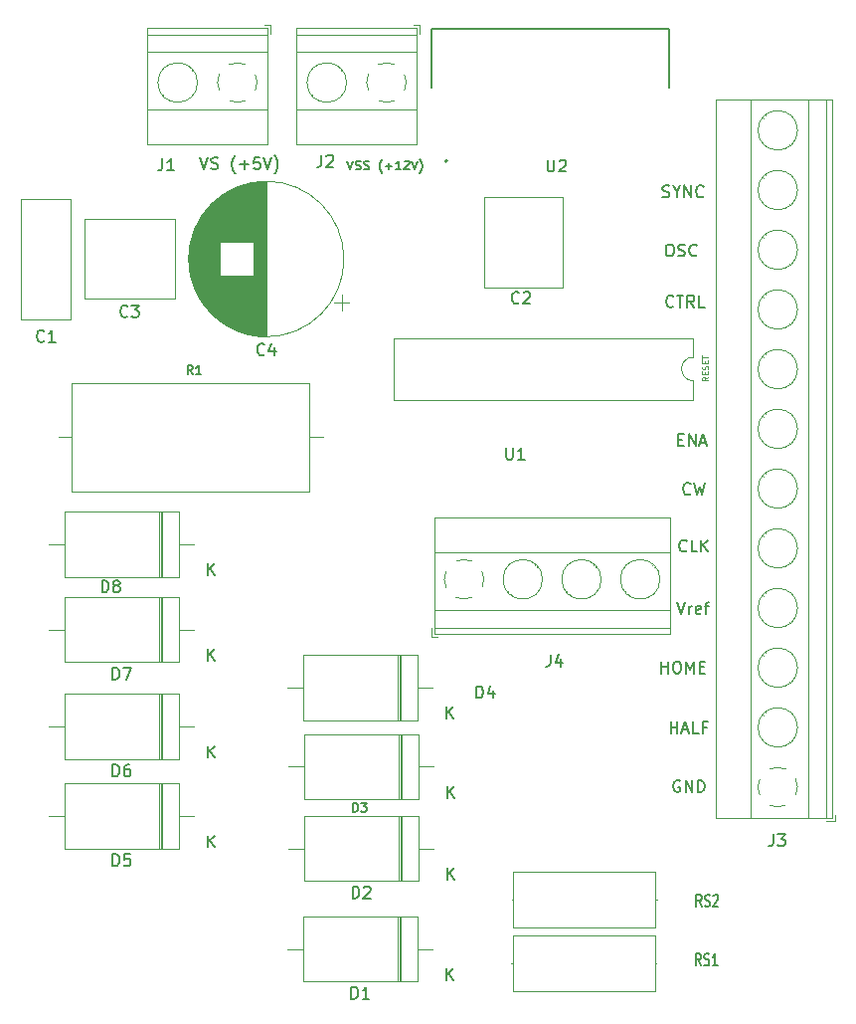
<source format=gbr>
%TF.GenerationSoftware,KiCad,Pcbnew,(6.0.6)*%
%TF.CreationDate,2022-07-15T00:25:02-04:00*%
%TF.ProjectId,Two Phase Bipolar Stepper Motor,54776f20-5068-4617-9365-204269706f6c,#1*%
%TF.SameCoordinates,Original*%
%TF.FileFunction,Legend,Top*%
%TF.FilePolarity,Positive*%
%FSLAX46Y46*%
G04 Gerber Fmt 4.6, Leading zero omitted, Abs format (unit mm)*
G04 Created by KiCad (PCBNEW (6.0.6)) date 2022-07-15 00:25:02*
%MOMM*%
%LPD*%
G01*
G04 APERTURE LIST*
%ADD10C,0.150000*%
%ADD11C,0.100000*%
%ADD12C,0.120000*%
%ADD13C,0.127000*%
%ADD14C,0.200000*%
G04 APERTURE END LIST*
D10*
X224750000Y-72689285D02*
X225000000Y-73439285D01*
X225250000Y-72689285D01*
X225464285Y-73403571D02*
X225571428Y-73439285D01*
X225750000Y-73439285D01*
X225821428Y-73403571D01*
X225857142Y-73367857D01*
X225892857Y-73296428D01*
X225892857Y-73225000D01*
X225857142Y-73153571D01*
X225821428Y-73117857D01*
X225750000Y-73082142D01*
X225607142Y-73046428D01*
X225535714Y-73010714D01*
X225500000Y-72975000D01*
X225464285Y-72903571D01*
X225464285Y-72832142D01*
X225500000Y-72760714D01*
X225535714Y-72725000D01*
X225607142Y-72689285D01*
X225785714Y-72689285D01*
X225892857Y-72725000D01*
X226178571Y-73403571D02*
X226285714Y-73439285D01*
X226464285Y-73439285D01*
X226535714Y-73403571D01*
X226571428Y-73367857D01*
X226607142Y-73296428D01*
X226607142Y-73225000D01*
X226571428Y-73153571D01*
X226535714Y-73117857D01*
X226464285Y-73082142D01*
X226321428Y-73046428D01*
X226250000Y-73010714D01*
X226214285Y-72975000D01*
X226178571Y-72903571D01*
X226178571Y-72832142D01*
X226214285Y-72760714D01*
X226250000Y-72725000D01*
X226321428Y-72689285D01*
X226500000Y-72689285D01*
X226607142Y-72725000D01*
X227714285Y-73725000D02*
X227678571Y-73689285D01*
X227607142Y-73582142D01*
X227571428Y-73510714D01*
X227535714Y-73403571D01*
X227500000Y-73225000D01*
X227500000Y-73082142D01*
X227535714Y-72903571D01*
X227571428Y-72796428D01*
X227607142Y-72725000D01*
X227678571Y-72617857D01*
X227714285Y-72582142D01*
X228000000Y-73153571D02*
X228571428Y-73153571D01*
X228285714Y-73439285D02*
X228285714Y-72867857D01*
X229321428Y-73439285D02*
X228892857Y-73439285D01*
X229107142Y-73439285D02*
X229107142Y-72689285D01*
X229035714Y-72796428D01*
X228964285Y-72867857D01*
X228892857Y-72903571D01*
X229607142Y-72760714D02*
X229642857Y-72725000D01*
X229714285Y-72689285D01*
X229892857Y-72689285D01*
X229964285Y-72725000D01*
X230000000Y-72760714D01*
X230035714Y-72832142D01*
X230035714Y-72903571D01*
X230000000Y-73010714D01*
X229571428Y-73439285D01*
X230035714Y-73439285D01*
X230250000Y-72689285D02*
X230500000Y-73439285D01*
X230750000Y-72689285D01*
X230928571Y-73725000D02*
X230964285Y-73689285D01*
X231035714Y-73582142D01*
X231071428Y-73510714D01*
X231107142Y-73403571D01*
X231142857Y-73225000D01*
X231142857Y-73082142D01*
X231107142Y-72903571D01*
X231071428Y-72796428D01*
X231035714Y-72725000D01*
X230964285Y-72617857D01*
X230928571Y-72582142D01*
X212219047Y-72402380D02*
X212552380Y-73402380D01*
X212885714Y-72402380D01*
X213171428Y-73354761D02*
X213314285Y-73402380D01*
X213552380Y-73402380D01*
X213647619Y-73354761D01*
X213695238Y-73307142D01*
X213742857Y-73211904D01*
X213742857Y-73116666D01*
X213695238Y-73021428D01*
X213647619Y-72973809D01*
X213552380Y-72926190D01*
X213361904Y-72878571D01*
X213266666Y-72830952D01*
X213219047Y-72783333D01*
X213171428Y-72688095D01*
X213171428Y-72592857D01*
X213219047Y-72497619D01*
X213266666Y-72450000D01*
X213361904Y-72402380D01*
X213600000Y-72402380D01*
X213742857Y-72450000D01*
X215219047Y-73783333D02*
X215171428Y-73735714D01*
X215076190Y-73592857D01*
X215028571Y-73497619D01*
X214980952Y-73354761D01*
X214933333Y-73116666D01*
X214933333Y-72926190D01*
X214980952Y-72688095D01*
X215028571Y-72545238D01*
X215076190Y-72450000D01*
X215171428Y-72307142D01*
X215219047Y-72259523D01*
X215600000Y-73021428D02*
X216361904Y-73021428D01*
X215980952Y-73402380D02*
X215980952Y-72640476D01*
X217314285Y-72402380D02*
X216838095Y-72402380D01*
X216790476Y-72878571D01*
X216838095Y-72830952D01*
X216933333Y-72783333D01*
X217171428Y-72783333D01*
X217266666Y-72830952D01*
X217314285Y-72878571D01*
X217361904Y-72973809D01*
X217361904Y-73211904D01*
X217314285Y-73307142D01*
X217266666Y-73354761D01*
X217171428Y-73402380D01*
X216933333Y-73402380D01*
X216838095Y-73354761D01*
X216790476Y-73307142D01*
X217647619Y-72402380D02*
X217980952Y-73402380D01*
X218314285Y-72402380D01*
X218552380Y-73783333D02*
X218600000Y-73735714D01*
X218695238Y-73592857D01*
X218742857Y-73497619D01*
X218790476Y-73354761D01*
X218838095Y-73116666D01*
X218838095Y-72926190D01*
X218790476Y-72688095D01*
X218742857Y-72545238D01*
X218695238Y-72450000D01*
X218600000Y-72307142D01*
X218552380Y-72259523D01*
X253088095Y-125450000D02*
X252992857Y-125402380D01*
X252850000Y-125402380D01*
X252707142Y-125450000D01*
X252611904Y-125545238D01*
X252564285Y-125640476D01*
X252516666Y-125830952D01*
X252516666Y-125973809D01*
X252564285Y-126164285D01*
X252611904Y-126259523D01*
X252707142Y-126354761D01*
X252850000Y-126402380D01*
X252945238Y-126402380D01*
X253088095Y-126354761D01*
X253135714Y-126307142D01*
X253135714Y-125973809D01*
X252945238Y-125973809D01*
X253564285Y-126402380D02*
X253564285Y-125402380D01*
X254135714Y-126402380D01*
X254135714Y-125402380D01*
X254611904Y-126402380D02*
X254611904Y-125402380D01*
X254850000Y-125402380D01*
X254992857Y-125450000D01*
X255088095Y-125545238D01*
X255135714Y-125640476D01*
X255183333Y-125830952D01*
X255183333Y-125973809D01*
X255135714Y-126164285D01*
X255088095Y-126259523D01*
X254992857Y-126354761D01*
X254850000Y-126402380D01*
X254611904Y-126402380D01*
X252302380Y-121402380D02*
X252302380Y-120402380D01*
X252302380Y-120878571D02*
X252873809Y-120878571D01*
X252873809Y-121402380D02*
X252873809Y-120402380D01*
X253302380Y-121116666D02*
X253778571Y-121116666D01*
X253207142Y-121402380D02*
X253540476Y-120402380D01*
X253873809Y-121402380D01*
X254683333Y-121402380D02*
X254207142Y-121402380D01*
X254207142Y-120402380D01*
X255350000Y-120878571D02*
X255016666Y-120878571D01*
X255016666Y-121402380D02*
X255016666Y-120402380D01*
X255492857Y-120402380D01*
X251516666Y-116302380D02*
X251516666Y-115302380D01*
X251516666Y-115778571D02*
X252088095Y-115778571D01*
X252088095Y-116302380D02*
X252088095Y-115302380D01*
X252754761Y-115302380D02*
X252945238Y-115302380D01*
X253040476Y-115350000D01*
X253135714Y-115445238D01*
X253183333Y-115635714D01*
X253183333Y-115969047D01*
X253135714Y-116159523D01*
X253040476Y-116254761D01*
X252945238Y-116302380D01*
X252754761Y-116302380D01*
X252659523Y-116254761D01*
X252564285Y-116159523D01*
X252516666Y-115969047D01*
X252516666Y-115635714D01*
X252564285Y-115445238D01*
X252659523Y-115350000D01*
X252754761Y-115302380D01*
X253611904Y-116302380D02*
X253611904Y-115302380D01*
X253945238Y-116016666D01*
X254278571Y-115302380D01*
X254278571Y-116302380D01*
X254754761Y-115778571D02*
X255088095Y-115778571D01*
X255230952Y-116302380D02*
X254754761Y-116302380D01*
X254754761Y-115302380D01*
X255230952Y-115302380D01*
X252842857Y-110252380D02*
X253176190Y-111252380D01*
X253509523Y-110252380D01*
X253842857Y-111252380D02*
X253842857Y-110585714D01*
X253842857Y-110776190D02*
X253890476Y-110680952D01*
X253938095Y-110633333D01*
X254033333Y-110585714D01*
X254128571Y-110585714D01*
X254842857Y-111204761D02*
X254747619Y-111252380D01*
X254557142Y-111252380D01*
X254461904Y-111204761D01*
X254414285Y-111109523D01*
X254414285Y-110728571D01*
X254461904Y-110633333D01*
X254557142Y-110585714D01*
X254747619Y-110585714D01*
X254842857Y-110633333D01*
X254890476Y-110728571D01*
X254890476Y-110823809D01*
X254414285Y-110919047D01*
X255176190Y-110585714D02*
X255557142Y-110585714D01*
X255319047Y-111252380D02*
X255319047Y-110395238D01*
X255366666Y-110300000D01*
X255461904Y-110252380D01*
X255557142Y-110252380D01*
X253654761Y-105857142D02*
X253607142Y-105904761D01*
X253464285Y-105952380D01*
X253369047Y-105952380D01*
X253226190Y-105904761D01*
X253130952Y-105809523D01*
X253083333Y-105714285D01*
X253035714Y-105523809D01*
X253035714Y-105380952D01*
X253083333Y-105190476D01*
X253130952Y-105095238D01*
X253226190Y-105000000D01*
X253369047Y-104952380D01*
X253464285Y-104952380D01*
X253607142Y-105000000D01*
X253654761Y-105047619D01*
X254559523Y-105952380D02*
X254083333Y-105952380D01*
X254083333Y-104952380D01*
X254892857Y-105952380D02*
X254892857Y-104952380D01*
X255464285Y-105952380D02*
X255035714Y-105380952D01*
X255464285Y-104952380D02*
X254892857Y-105523809D01*
X253988095Y-101007142D02*
X253940476Y-101054761D01*
X253797619Y-101102380D01*
X253702380Y-101102380D01*
X253559523Y-101054761D01*
X253464285Y-100959523D01*
X253416666Y-100864285D01*
X253369047Y-100673809D01*
X253369047Y-100530952D01*
X253416666Y-100340476D01*
X253464285Y-100245238D01*
X253559523Y-100150000D01*
X253702380Y-100102380D01*
X253797619Y-100102380D01*
X253940476Y-100150000D01*
X253988095Y-100197619D01*
X254321428Y-100102380D02*
X254559523Y-101102380D01*
X254750000Y-100388095D01*
X254940476Y-101102380D01*
X255178571Y-100102380D01*
X252933333Y-96428571D02*
X253266666Y-96428571D01*
X253409523Y-96952380D02*
X252933333Y-96952380D01*
X252933333Y-95952380D01*
X253409523Y-95952380D01*
X253838095Y-96952380D02*
X253838095Y-95952380D01*
X254409523Y-96952380D01*
X254409523Y-95952380D01*
X254838095Y-96666666D02*
X255314285Y-96666666D01*
X254742857Y-96952380D02*
X255076190Y-95952380D01*
X255409523Y-96952380D01*
D11*
X255476190Y-91076190D02*
X255238095Y-91242857D01*
X255476190Y-91361904D02*
X254976190Y-91361904D01*
X254976190Y-91171428D01*
X255000000Y-91123809D01*
X255023809Y-91100000D01*
X255071428Y-91076190D01*
X255142857Y-91076190D01*
X255190476Y-91100000D01*
X255214285Y-91123809D01*
X255238095Y-91171428D01*
X255238095Y-91361904D01*
X255214285Y-90861904D02*
X255214285Y-90695238D01*
X255476190Y-90623809D02*
X255476190Y-90861904D01*
X254976190Y-90861904D01*
X254976190Y-90623809D01*
X255452380Y-90433333D02*
X255476190Y-90361904D01*
X255476190Y-90242857D01*
X255452380Y-90195238D01*
X255428571Y-90171428D01*
X255380952Y-90147619D01*
X255333333Y-90147619D01*
X255285714Y-90171428D01*
X255261904Y-90195238D01*
X255238095Y-90242857D01*
X255214285Y-90338095D01*
X255190476Y-90385714D01*
X255166666Y-90409523D01*
X255119047Y-90433333D01*
X255071428Y-90433333D01*
X255023809Y-90409523D01*
X255000000Y-90385714D01*
X254976190Y-90338095D01*
X254976190Y-90219047D01*
X255000000Y-90147619D01*
X255214285Y-89933333D02*
X255214285Y-89766666D01*
X255476190Y-89695238D02*
X255476190Y-89933333D01*
X254976190Y-89933333D01*
X254976190Y-89695238D01*
X254976190Y-89552380D02*
X254976190Y-89266666D01*
X255476190Y-89409523D02*
X254976190Y-89409523D01*
D10*
X252523809Y-85057142D02*
X252476190Y-85104761D01*
X252333333Y-85152380D01*
X252238095Y-85152380D01*
X252095238Y-85104761D01*
X252000000Y-85009523D01*
X251952380Y-84914285D01*
X251904761Y-84723809D01*
X251904761Y-84580952D01*
X251952380Y-84390476D01*
X252000000Y-84295238D01*
X252095238Y-84200000D01*
X252238095Y-84152380D01*
X252333333Y-84152380D01*
X252476190Y-84200000D01*
X252523809Y-84247619D01*
X252809523Y-84152380D02*
X253380952Y-84152380D01*
X253095238Y-85152380D02*
X253095238Y-84152380D01*
X254285714Y-85152380D02*
X253952380Y-84676190D01*
X253714285Y-85152380D02*
X253714285Y-84152380D01*
X254095238Y-84152380D01*
X254190476Y-84200000D01*
X254238095Y-84247619D01*
X254285714Y-84342857D01*
X254285714Y-84485714D01*
X254238095Y-84580952D01*
X254190476Y-84628571D01*
X254095238Y-84676190D01*
X253714285Y-84676190D01*
X255190476Y-85152380D02*
X254714285Y-85152380D01*
X254714285Y-84152380D01*
X252128571Y-79802380D02*
X252319047Y-79802380D01*
X252414285Y-79850000D01*
X252509523Y-79945238D01*
X252557142Y-80135714D01*
X252557142Y-80469047D01*
X252509523Y-80659523D01*
X252414285Y-80754761D01*
X252319047Y-80802380D01*
X252128571Y-80802380D01*
X252033333Y-80754761D01*
X251938095Y-80659523D01*
X251890476Y-80469047D01*
X251890476Y-80135714D01*
X251938095Y-79945238D01*
X252033333Y-79850000D01*
X252128571Y-79802380D01*
X252938095Y-80754761D02*
X253080952Y-80802380D01*
X253319047Y-80802380D01*
X253414285Y-80754761D01*
X253461904Y-80707142D01*
X253509523Y-80611904D01*
X253509523Y-80516666D01*
X253461904Y-80421428D01*
X253414285Y-80373809D01*
X253319047Y-80326190D01*
X253128571Y-80278571D01*
X253033333Y-80230952D01*
X252985714Y-80183333D01*
X252938095Y-80088095D01*
X252938095Y-79992857D01*
X252985714Y-79897619D01*
X253033333Y-79850000D01*
X253128571Y-79802380D01*
X253366666Y-79802380D01*
X253509523Y-79850000D01*
X254509523Y-80707142D02*
X254461904Y-80754761D01*
X254319047Y-80802380D01*
X254223809Y-80802380D01*
X254080952Y-80754761D01*
X253985714Y-80659523D01*
X253938095Y-80564285D01*
X253890476Y-80373809D01*
X253890476Y-80230952D01*
X253938095Y-80040476D01*
X253985714Y-79945238D01*
X254080952Y-79850000D01*
X254223809Y-79802380D01*
X254319047Y-79802380D01*
X254461904Y-79850000D01*
X254509523Y-79897619D01*
X251611904Y-75754761D02*
X251754761Y-75802380D01*
X251992857Y-75802380D01*
X252088095Y-75754761D01*
X252135714Y-75707142D01*
X252183333Y-75611904D01*
X252183333Y-75516666D01*
X252135714Y-75421428D01*
X252088095Y-75373809D01*
X251992857Y-75326190D01*
X251802380Y-75278571D01*
X251707142Y-75230952D01*
X251659523Y-75183333D01*
X251611904Y-75088095D01*
X251611904Y-74992857D01*
X251659523Y-74897619D01*
X251707142Y-74850000D01*
X251802380Y-74802380D01*
X252040476Y-74802380D01*
X252183333Y-74850000D01*
X252802380Y-75326190D02*
X252802380Y-75802380D01*
X252469047Y-74802380D02*
X252802380Y-75326190D01*
X253135714Y-74802380D01*
X253469047Y-75802380D02*
X253469047Y-74802380D01*
X254040476Y-75802380D01*
X254040476Y-74802380D01*
X255088095Y-75707142D02*
X255040476Y-75754761D01*
X254897619Y-75802380D01*
X254802380Y-75802380D01*
X254659523Y-75754761D01*
X254564285Y-75659523D01*
X254516666Y-75564285D01*
X254469047Y-75373809D01*
X254469047Y-75230952D01*
X254516666Y-75040476D01*
X254564285Y-74945238D01*
X254659523Y-74850000D01*
X254802380Y-74802380D01*
X254897619Y-74802380D01*
X255040476Y-74850000D01*
X255088095Y-74897619D01*
%TO.C,D4*%
X235761904Y-118402380D02*
X235761904Y-117402380D01*
X236000000Y-117402380D01*
X236142857Y-117450000D01*
X236238095Y-117545238D01*
X236285714Y-117640476D01*
X236333333Y-117830952D01*
X236333333Y-117973809D01*
X236285714Y-118164285D01*
X236238095Y-118259523D01*
X236142857Y-118354761D01*
X236000000Y-118402380D01*
X235761904Y-118402380D01*
X237190476Y-117735714D02*
X237190476Y-118402380D01*
X236952380Y-117354761D02*
X236714285Y-118069047D01*
X237333333Y-118069047D01*
X233208095Y-120152380D02*
X233208095Y-119152380D01*
X233779523Y-120152380D02*
X233350952Y-119580952D01*
X233779523Y-119152380D02*
X233208095Y-119723809D01*
%TO.C,D6*%
X204791904Y-125067380D02*
X204791904Y-124067380D01*
X205030000Y-124067380D01*
X205172857Y-124115000D01*
X205268095Y-124210238D01*
X205315714Y-124305476D01*
X205363333Y-124495952D01*
X205363333Y-124638809D01*
X205315714Y-124829285D01*
X205268095Y-124924523D01*
X205172857Y-125019761D01*
X205030000Y-125067380D01*
X204791904Y-125067380D01*
X206220476Y-124067380D02*
X206030000Y-124067380D01*
X205934761Y-124115000D01*
X205887142Y-124162619D01*
X205791904Y-124305476D01*
X205744285Y-124495952D01*
X205744285Y-124876904D01*
X205791904Y-124972142D01*
X205839523Y-125019761D01*
X205934761Y-125067380D01*
X206125238Y-125067380D01*
X206220476Y-125019761D01*
X206268095Y-124972142D01*
X206315714Y-124876904D01*
X206315714Y-124638809D01*
X206268095Y-124543571D01*
X206220476Y-124495952D01*
X206125238Y-124448333D01*
X205934761Y-124448333D01*
X205839523Y-124495952D01*
X205791904Y-124543571D01*
X205744285Y-124638809D01*
X212888095Y-123482380D02*
X212888095Y-122482380D01*
X213459523Y-123482380D02*
X213030952Y-122910952D01*
X213459523Y-122482380D02*
X212888095Y-123053809D01*
%TO.C,J3*%
X261032666Y-130008380D02*
X261032666Y-130722666D01*
X260985047Y-130865523D01*
X260889809Y-130960761D01*
X260746952Y-131008380D01*
X260651714Y-131008380D01*
X261413619Y-130008380D02*
X262032666Y-130008380D01*
X261699333Y-130389333D01*
X261842190Y-130389333D01*
X261937428Y-130436952D01*
X261985047Y-130484571D01*
X262032666Y-130579809D01*
X262032666Y-130817904D01*
X261985047Y-130913142D01*
X261937428Y-130960761D01*
X261842190Y-131008380D01*
X261556476Y-131008380D01*
X261461238Y-130960761D01*
X261413619Y-130913142D01*
%TO.C,RS1*%
X254867857Y-141148380D02*
X254617857Y-140672190D01*
X254439285Y-141148380D02*
X254439285Y-140148380D01*
X254725000Y-140148380D01*
X254796428Y-140196000D01*
X254832142Y-140243619D01*
X254867857Y-140338857D01*
X254867857Y-140481714D01*
X254832142Y-140576952D01*
X254796428Y-140624571D01*
X254725000Y-140672190D01*
X254439285Y-140672190D01*
X255153571Y-141100761D02*
X255260714Y-141148380D01*
X255439285Y-141148380D01*
X255510714Y-141100761D01*
X255546428Y-141053142D01*
X255582142Y-140957904D01*
X255582142Y-140862666D01*
X255546428Y-140767428D01*
X255510714Y-140719809D01*
X255439285Y-140672190D01*
X255296428Y-140624571D01*
X255225000Y-140576952D01*
X255189285Y-140529333D01*
X255153571Y-140434095D01*
X255153571Y-140338857D01*
X255189285Y-140243619D01*
X255225000Y-140196000D01*
X255296428Y-140148380D01*
X255475000Y-140148380D01*
X255582142Y-140196000D01*
X256296428Y-141148380D02*
X255867857Y-141148380D01*
X256082142Y-141148380D02*
X256082142Y-140148380D01*
X256010714Y-140291238D01*
X255939285Y-140386476D01*
X255867857Y-140434095D01*
%TO.C,J2*%
X222566666Y-72202380D02*
X222566666Y-72916666D01*
X222519047Y-73059523D01*
X222423809Y-73154761D01*
X222280952Y-73202380D01*
X222185714Y-73202380D01*
X222995238Y-72297619D02*
X223042857Y-72250000D01*
X223138095Y-72202380D01*
X223376190Y-72202380D01*
X223471428Y-72250000D01*
X223519047Y-72297619D01*
X223566666Y-72392857D01*
X223566666Y-72488095D01*
X223519047Y-72630952D01*
X222947619Y-73202380D01*
X223566666Y-73202380D01*
%TO.C,D7*%
X204791904Y-116812380D02*
X204791904Y-115812380D01*
X205030000Y-115812380D01*
X205172857Y-115860000D01*
X205268095Y-115955238D01*
X205315714Y-116050476D01*
X205363333Y-116240952D01*
X205363333Y-116383809D01*
X205315714Y-116574285D01*
X205268095Y-116669523D01*
X205172857Y-116764761D01*
X205030000Y-116812380D01*
X204791904Y-116812380D01*
X205696666Y-115812380D02*
X206363333Y-115812380D01*
X205934761Y-116812380D01*
X212888095Y-115227380D02*
X212888095Y-114227380D01*
X213459523Y-115227380D02*
X213030952Y-114655952D01*
X213459523Y-114227380D02*
X212888095Y-114798809D01*
%TO.C,C4*%
X217689333Y-89157142D02*
X217641714Y-89204761D01*
X217498857Y-89252380D01*
X217403619Y-89252380D01*
X217260761Y-89204761D01*
X217165523Y-89109523D01*
X217117904Y-89014285D01*
X217070285Y-88823809D01*
X217070285Y-88680952D01*
X217117904Y-88490476D01*
X217165523Y-88395238D01*
X217260761Y-88300000D01*
X217403619Y-88252380D01*
X217498857Y-88252380D01*
X217641714Y-88300000D01*
X217689333Y-88347619D01*
X218546476Y-88585714D02*
X218546476Y-89252380D01*
X218308380Y-88204761D02*
X218070285Y-88919047D01*
X218689333Y-88919047D01*
%TO.C,R1*%
X211575000Y-90839285D02*
X211325000Y-90482142D01*
X211146428Y-90839285D02*
X211146428Y-90089285D01*
X211432142Y-90089285D01*
X211503571Y-90125000D01*
X211539285Y-90160714D01*
X211575000Y-90232142D01*
X211575000Y-90339285D01*
X211539285Y-90410714D01*
X211503571Y-90446428D01*
X211432142Y-90482142D01*
X211146428Y-90482142D01*
X212289285Y-90839285D02*
X211860714Y-90839285D01*
X212075000Y-90839285D02*
X212075000Y-90089285D01*
X212003571Y-90196428D01*
X211932142Y-90267857D01*
X211860714Y-90303571D01*
%TO.C,D1*%
X225111904Y-143987380D02*
X225111904Y-142987380D01*
X225350000Y-142987380D01*
X225492857Y-143035000D01*
X225588095Y-143130238D01*
X225635714Y-143225476D01*
X225683333Y-143415952D01*
X225683333Y-143558809D01*
X225635714Y-143749285D01*
X225588095Y-143844523D01*
X225492857Y-143939761D01*
X225350000Y-143987380D01*
X225111904Y-143987380D01*
X226635714Y-143987380D02*
X226064285Y-143987380D01*
X226350000Y-143987380D02*
X226350000Y-142987380D01*
X226254761Y-143130238D01*
X226159523Y-143225476D01*
X226064285Y-143273095D01*
X233208095Y-142402380D02*
X233208095Y-141402380D01*
X233779523Y-142402380D02*
X233350952Y-141830952D01*
X233779523Y-141402380D02*
X233208095Y-141973809D01*
%TO.C,U1*%
X238288095Y-97102380D02*
X238288095Y-97911904D01*
X238335714Y-98007142D01*
X238383333Y-98054761D01*
X238478571Y-98102380D01*
X238669047Y-98102380D01*
X238764285Y-98054761D01*
X238811904Y-98007142D01*
X238859523Y-97911904D01*
X238859523Y-97102380D01*
X239859523Y-98102380D02*
X239288095Y-98102380D01*
X239573809Y-98102380D02*
X239573809Y-97102380D01*
X239478571Y-97245238D01*
X239383333Y-97340476D01*
X239288095Y-97388095D01*
%TO.C,RS2*%
X254917857Y-136129380D02*
X254667857Y-135653190D01*
X254489285Y-136129380D02*
X254489285Y-135129380D01*
X254775000Y-135129380D01*
X254846428Y-135177000D01*
X254882142Y-135224619D01*
X254917857Y-135319857D01*
X254917857Y-135462714D01*
X254882142Y-135557952D01*
X254846428Y-135605571D01*
X254775000Y-135653190D01*
X254489285Y-135653190D01*
X255203571Y-136081761D02*
X255310714Y-136129380D01*
X255489285Y-136129380D01*
X255560714Y-136081761D01*
X255596428Y-136034142D01*
X255632142Y-135938904D01*
X255632142Y-135843666D01*
X255596428Y-135748428D01*
X255560714Y-135700809D01*
X255489285Y-135653190D01*
X255346428Y-135605571D01*
X255275000Y-135557952D01*
X255239285Y-135510333D01*
X255203571Y-135415095D01*
X255203571Y-135319857D01*
X255239285Y-135224619D01*
X255275000Y-135177000D01*
X255346428Y-135129380D01*
X255525000Y-135129380D01*
X255632142Y-135177000D01*
X255917857Y-135224619D02*
X255953571Y-135177000D01*
X256025000Y-135129380D01*
X256203571Y-135129380D01*
X256275000Y-135177000D01*
X256310714Y-135224619D01*
X256346428Y-135319857D01*
X256346428Y-135415095D01*
X256310714Y-135557952D01*
X255882142Y-136129380D01*
X256346428Y-136129380D01*
%TO.C,D8*%
X203861904Y-109402380D02*
X203861904Y-108402380D01*
X204100000Y-108402380D01*
X204242857Y-108450000D01*
X204338095Y-108545238D01*
X204385714Y-108640476D01*
X204433333Y-108830952D01*
X204433333Y-108973809D01*
X204385714Y-109164285D01*
X204338095Y-109259523D01*
X204242857Y-109354761D01*
X204100000Y-109402380D01*
X203861904Y-109402380D01*
X205004761Y-108830952D02*
X204909523Y-108783333D01*
X204861904Y-108735714D01*
X204814285Y-108640476D01*
X204814285Y-108592857D01*
X204861904Y-108497619D01*
X204909523Y-108450000D01*
X205004761Y-108402380D01*
X205195238Y-108402380D01*
X205290476Y-108450000D01*
X205338095Y-108497619D01*
X205385714Y-108592857D01*
X205385714Y-108640476D01*
X205338095Y-108735714D01*
X205290476Y-108783333D01*
X205195238Y-108830952D01*
X205004761Y-108830952D01*
X204909523Y-108878571D01*
X204861904Y-108926190D01*
X204814285Y-109021428D01*
X204814285Y-109211904D01*
X204861904Y-109307142D01*
X204909523Y-109354761D01*
X205004761Y-109402380D01*
X205195238Y-109402380D01*
X205290476Y-109354761D01*
X205338095Y-109307142D01*
X205385714Y-109211904D01*
X205385714Y-109021428D01*
X205338095Y-108926190D01*
X205290476Y-108878571D01*
X205195238Y-108830952D01*
X212888095Y-107952380D02*
X212888095Y-106952380D01*
X213459523Y-107952380D02*
X213030952Y-107380952D01*
X213459523Y-106952380D02*
X212888095Y-107523809D01*
%TO.C,C3*%
X206045333Y-85907142D02*
X205997714Y-85954761D01*
X205854857Y-86002380D01*
X205759619Y-86002380D01*
X205616761Y-85954761D01*
X205521523Y-85859523D01*
X205473904Y-85764285D01*
X205426285Y-85573809D01*
X205426285Y-85430952D01*
X205473904Y-85240476D01*
X205521523Y-85145238D01*
X205616761Y-85050000D01*
X205759619Y-85002380D01*
X205854857Y-85002380D01*
X205997714Y-85050000D01*
X206045333Y-85097619D01*
X206378666Y-85002380D02*
X206997714Y-85002380D01*
X206664380Y-85383333D01*
X206807238Y-85383333D01*
X206902476Y-85430952D01*
X206950095Y-85478571D01*
X206997714Y-85573809D01*
X206997714Y-85811904D01*
X206950095Y-85907142D01*
X206902476Y-85954761D01*
X206807238Y-86002380D01*
X206521523Y-86002380D01*
X206426285Y-85954761D01*
X206378666Y-85907142D01*
%TO.C,C2*%
X239383333Y-84757142D02*
X239335714Y-84804761D01*
X239192857Y-84852380D01*
X239097619Y-84852380D01*
X238954761Y-84804761D01*
X238859523Y-84709523D01*
X238811904Y-84614285D01*
X238764285Y-84423809D01*
X238764285Y-84280952D01*
X238811904Y-84090476D01*
X238859523Y-83995238D01*
X238954761Y-83900000D01*
X239097619Y-83852380D01*
X239192857Y-83852380D01*
X239335714Y-83900000D01*
X239383333Y-83947619D01*
X239764285Y-83947619D02*
X239811904Y-83900000D01*
X239907142Y-83852380D01*
X240145238Y-83852380D01*
X240240476Y-83900000D01*
X240288095Y-83947619D01*
X240335714Y-84042857D01*
X240335714Y-84138095D01*
X240288095Y-84280952D01*
X239716666Y-84852380D01*
X240335714Y-84852380D01*
%TO.C,J1*%
X209016666Y-72502380D02*
X209016666Y-73216666D01*
X208969047Y-73359523D01*
X208873809Y-73454761D01*
X208730952Y-73502380D01*
X208635714Y-73502380D01*
X210016666Y-73502380D02*
X209445238Y-73502380D01*
X209730952Y-73502380D02*
X209730952Y-72502380D01*
X209635714Y-72645238D01*
X209540476Y-72740476D01*
X209445238Y-72788095D01*
%TO.C,J4*%
X242066666Y-114702380D02*
X242066666Y-115416666D01*
X242019047Y-115559523D01*
X241923809Y-115654761D01*
X241780952Y-115702380D01*
X241685714Y-115702380D01*
X242971428Y-115035714D02*
X242971428Y-115702380D01*
X242733333Y-114654761D02*
X242495238Y-115369047D01*
X243114285Y-115369047D01*
%TO.C,D5*%
X204791904Y-132687380D02*
X204791904Y-131687380D01*
X205030000Y-131687380D01*
X205172857Y-131735000D01*
X205268095Y-131830238D01*
X205315714Y-131925476D01*
X205363333Y-132115952D01*
X205363333Y-132258809D01*
X205315714Y-132449285D01*
X205268095Y-132544523D01*
X205172857Y-132639761D01*
X205030000Y-132687380D01*
X204791904Y-132687380D01*
X206268095Y-131687380D02*
X205791904Y-131687380D01*
X205744285Y-132163571D01*
X205791904Y-132115952D01*
X205887142Y-132068333D01*
X206125238Y-132068333D01*
X206220476Y-132115952D01*
X206268095Y-132163571D01*
X206315714Y-132258809D01*
X206315714Y-132496904D01*
X206268095Y-132592142D01*
X206220476Y-132639761D01*
X206125238Y-132687380D01*
X205887142Y-132687380D01*
X205791904Y-132639761D01*
X205744285Y-132592142D01*
X212888095Y-131102380D02*
X212888095Y-130102380D01*
X213459523Y-131102380D02*
X213030952Y-130530952D01*
X213459523Y-130102380D02*
X212888095Y-130673809D01*
%TO.C,D2*%
X225211904Y-135437380D02*
X225211904Y-134437380D01*
X225450000Y-134437380D01*
X225592857Y-134485000D01*
X225688095Y-134580238D01*
X225735714Y-134675476D01*
X225783333Y-134865952D01*
X225783333Y-135008809D01*
X225735714Y-135199285D01*
X225688095Y-135294523D01*
X225592857Y-135389761D01*
X225450000Y-135437380D01*
X225211904Y-135437380D01*
X226164285Y-134532619D02*
X226211904Y-134485000D01*
X226307142Y-134437380D01*
X226545238Y-134437380D01*
X226640476Y-134485000D01*
X226688095Y-134532619D01*
X226735714Y-134627857D01*
X226735714Y-134723095D01*
X226688095Y-134865952D01*
X226116666Y-135437380D01*
X226735714Y-135437380D01*
X233308095Y-133852380D02*
X233308095Y-132852380D01*
X233879523Y-133852380D02*
X233450952Y-133280952D01*
X233879523Y-132852380D02*
X233308095Y-133423809D01*
%TO.C,C1*%
X198933333Y-88011142D02*
X198885714Y-88058761D01*
X198742857Y-88106380D01*
X198647619Y-88106380D01*
X198504761Y-88058761D01*
X198409523Y-87963523D01*
X198361904Y-87868285D01*
X198314285Y-87677809D01*
X198314285Y-87534952D01*
X198361904Y-87344476D01*
X198409523Y-87249238D01*
X198504761Y-87154000D01*
X198647619Y-87106380D01*
X198742857Y-87106380D01*
X198885714Y-87154000D01*
X198933333Y-87201619D01*
X199885714Y-88106380D02*
X199314285Y-88106380D01*
X199600000Y-88106380D02*
X199600000Y-87106380D01*
X199504761Y-87249238D01*
X199409523Y-87344476D01*
X199314285Y-87392095D01*
%TO.C,U2*%
X241808095Y-72610880D02*
X241808095Y-73420404D01*
X241855714Y-73515642D01*
X241903333Y-73563261D01*
X241998571Y-73610880D01*
X242189047Y-73610880D01*
X242284285Y-73563261D01*
X242331904Y-73515642D01*
X242379523Y-73420404D01*
X242379523Y-72610880D01*
X242808095Y-72706119D02*
X242855714Y-72658500D01*
X242950952Y-72610880D01*
X243189047Y-72610880D01*
X243284285Y-72658500D01*
X243331904Y-72706119D01*
X243379523Y-72801357D01*
X243379523Y-72896595D01*
X243331904Y-73039452D01*
X242760476Y-73610880D01*
X243379523Y-73610880D01*
%TO.C,D3*%
X225246428Y-128089285D02*
X225246428Y-127339285D01*
X225425000Y-127339285D01*
X225532142Y-127375000D01*
X225603571Y-127446428D01*
X225639285Y-127517857D01*
X225675000Y-127660714D01*
X225675000Y-127767857D01*
X225639285Y-127910714D01*
X225603571Y-127982142D01*
X225532142Y-128053571D01*
X225425000Y-128089285D01*
X225246428Y-128089285D01*
X225925000Y-127339285D02*
X226389285Y-127339285D01*
X226139285Y-127625000D01*
X226246428Y-127625000D01*
X226317857Y-127660714D01*
X226353571Y-127696428D01*
X226389285Y-127767857D01*
X226389285Y-127946428D01*
X226353571Y-128017857D01*
X226317857Y-128053571D01*
X226246428Y-128089285D01*
X226032142Y-128089285D01*
X225960714Y-128053571D01*
X225925000Y-128017857D01*
X233308095Y-126902380D02*
X233308095Y-125902380D01*
X233879523Y-126902380D02*
X233450952Y-126330952D01*
X233879523Y-125902380D02*
X233308095Y-126473809D01*
D12*
%TO.C,D4*%
X229302000Y-120285000D02*
X229302000Y-114715000D01*
X220970000Y-114715000D02*
X220970000Y-120285000D01*
X229062000Y-120285000D02*
X229062000Y-114715000D01*
X220970000Y-120285000D02*
X230730000Y-120285000D01*
X230730000Y-114715000D02*
X220970000Y-114715000D01*
X232030000Y-117500000D02*
X230730000Y-117500000D01*
X230730000Y-120285000D02*
X230730000Y-114715000D01*
X219670000Y-117500000D02*
X220970000Y-117500000D01*
X229182000Y-120285000D02*
X229182000Y-114715000D01*
%TO.C,D6*%
X208982000Y-123615000D02*
X208982000Y-118045000D01*
X210410000Y-123615000D02*
X210410000Y-118045000D01*
X208742000Y-123615000D02*
X208742000Y-118045000D01*
X211710000Y-120830000D02*
X210410000Y-120830000D01*
X200650000Y-118045000D02*
X200650000Y-123615000D01*
X210410000Y-118045000D02*
X200650000Y-118045000D01*
X200650000Y-123615000D02*
X210410000Y-123615000D01*
X199350000Y-120830000D02*
X200650000Y-120830000D01*
X208862000Y-123615000D02*
X208862000Y-118045000D01*
%TO.C,J3*%
X256156000Y-128584000D02*
X256156000Y-67504000D01*
X262440000Y-76411000D02*
X262486000Y-76458000D01*
X256156000Y-67504000D02*
X266077000Y-67504000D01*
X260348000Y-114549000D02*
X260394000Y-114596000D01*
X262656000Y-101618000D02*
X262691000Y-101653000D01*
X262656000Y-111778000D02*
X262691000Y-111813000D01*
X260142000Y-99514000D02*
X260178000Y-99549000D01*
X260142000Y-89354000D02*
X260178000Y-89389000D01*
X260348000Y-84069000D02*
X260394000Y-84116000D01*
X262440000Y-86571000D02*
X262486000Y-86618000D01*
X260142000Y-84274000D02*
X260178000Y-84309000D01*
X260142000Y-94434000D02*
X260178000Y-94469000D01*
X265517000Y-128584000D02*
X265517000Y-67504000D01*
X260348000Y-119629000D02*
X260394000Y-119676000D01*
X262656000Y-116858000D02*
X262691000Y-116893000D01*
X260142000Y-69034000D02*
X260178000Y-69069000D01*
X260142000Y-74114000D02*
X260178000Y-74149000D01*
X264017000Y-128584000D02*
X264017000Y-67504000D01*
X260348000Y-94229000D02*
X260394000Y-94276000D01*
X262656000Y-91458000D02*
X262691000Y-91493000D01*
X256156000Y-128584000D02*
X266077000Y-128584000D01*
X262656000Y-96538000D02*
X262691000Y-96573000D01*
X259116000Y-128584000D02*
X259116000Y-67504000D01*
X260348000Y-109469000D02*
X260394000Y-109516000D01*
X260142000Y-114754000D02*
X260178000Y-114789000D01*
X265577000Y-128824000D02*
X266317000Y-128824000D01*
X260348000Y-68829000D02*
X260394000Y-68876000D01*
X260348000Y-104389000D02*
X260394000Y-104436000D01*
X260142000Y-119834000D02*
X260178000Y-119869000D01*
X260142000Y-104594000D02*
X260178000Y-104629000D01*
X262656000Y-81298000D02*
X262691000Y-81333000D01*
X262440000Y-111971000D02*
X262486000Y-112018000D01*
X266077000Y-128584000D02*
X266077000Y-67504000D01*
X262440000Y-106891000D02*
X262486000Y-106938000D01*
X260348000Y-73909000D02*
X260394000Y-73956000D01*
X262656000Y-71138000D02*
X262691000Y-71173000D01*
X262656000Y-121938000D02*
X262691000Y-121973000D01*
X262656000Y-86378000D02*
X262691000Y-86413000D01*
X260348000Y-99309000D02*
X260394000Y-99356000D01*
X262656000Y-76218000D02*
X262691000Y-76253000D01*
X262440000Y-96731000D02*
X262486000Y-96778000D01*
X260348000Y-78989000D02*
X260394000Y-79036000D01*
X260142000Y-79194000D02*
X260178000Y-79229000D01*
X262440000Y-81491000D02*
X262486000Y-81538000D01*
X262656000Y-106698000D02*
X262691000Y-106733000D01*
X266317000Y-128824000D02*
X266317000Y-128324000D01*
X260348000Y-89149000D02*
X260394000Y-89196000D01*
X262440000Y-91651000D02*
X262486000Y-91698000D01*
X262440000Y-101811000D02*
X262486000Y-101858000D01*
X262440000Y-122131000D02*
X262486000Y-122178000D01*
X262440000Y-117051000D02*
X262486000Y-117098000D01*
X262440000Y-71331000D02*
X262486000Y-71378000D01*
X260142000Y-109674000D02*
X260178000Y-109709000D01*
X262952000Y-126668000D02*
G75*
G03*
X263097253Y-125955195I-1535001J683999D01*
G01*
X262101000Y-124448999D02*
G75*
G03*
X260733958Y-124448573I-684000J-1535001D01*
G01*
X263097000Y-125984000D02*
G75*
G03*
X262951756Y-125300682I-1680000J0D01*
G01*
X259882000Y-125300000D02*
G75*
G03*
X259881573Y-126667042I1534993J-684001D01*
G01*
X260733000Y-127519000D02*
G75*
G03*
X262100042Y-127519427I684001J1534993D01*
G01*
X263097000Y-105664000D02*
G75*
G03*
X263097000Y-105664000I-1680000J0D01*
G01*
X263097000Y-110744000D02*
G75*
G03*
X263097000Y-110744000I-1680000J0D01*
G01*
X263097000Y-75184000D02*
G75*
G03*
X263097000Y-75184000I-1680000J0D01*
G01*
X263097000Y-100584000D02*
G75*
G03*
X263097000Y-100584000I-1680000J0D01*
G01*
X263097000Y-115824000D02*
G75*
G03*
X263097000Y-115824000I-1680000J0D01*
G01*
X263097000Y-80264000D02*
G75*
G03*
X263097000Y-80264000I-1680000J0D01*
G01*
X263097000Y-70104000D02*
G75*
G03*
X263097000Y-70104000I-1680000J0D01*
G01*
X263097000Y-95504000D02*
G75*
G03*
X263097000Y-95504000I-1680000J0D01*
G01*
X263097000Y-90424000D02*
G75*
G03*
X263097000Y-90424000I-1680000J0D01*
G01*
X263097000Y-120904000D02*
G75*
G03*
X263097000Y-120904000I-1680000J0D01*
G01*
X263097000Y-85344000D02*
G75*
G03*
X263097000Y-85344000I-1680000J0D01*
G01*
%TO.C,RS1*%
X238830000Y-143320000D02*
X250970000Y-143320000D01*
X250970000Y-143320000D02*
X250970000Y-138580000D01*
X238720000Y-140950000D02*
X238830000Y-140950000D01*
X238830000Y-138580000D02*
X238830000Y-143320000D01*
X251080000Y-140950000D02*
X250970000Y-140950000D01*
X250970000Y-138580000D02*
X238830000Y-138580000D01*
%TO.C,J2*%
X230692000Y-71301000D02*
X220412000Y-71301000D01*
X220412000Y-71301000D02*
X220412000Y-61380000D01*
X230692000Y-63440000D02*
X220412000Y-63440000D01*
X221942000Y-67315000D02*
X221977000Y-67279000D01*
X230932000Y-61880000D02*
X230932000Y-61140000D01*
X230932000Y-61140000D02*
X230432000Y-61140000D01*
X230692000Y-61940000D02*
X220412000Y-61940000D01*
X224046000Y-64801000D02*
X224081000Y-64766000D01*
X224239000Y-65017000D02*
X224286000Y-64971000D01*
X230692000Y-71301000D02*
X230692000Y-61380000D01*
X230692000Y-68341000D02*
X220412000Y-68341000D01*
X221737000Y-67109000D02*
X221784000Y-67063000D01*
X230692000Y-61380000D02*
X220412000Y-61380000D01*
X229627000Y-66724000D02*
G75*
G03*
X229627427Y-65356958I-1534993J684001D01*
G01*
X228092000Y-64360000D02*
G75*
G03*
X227408682Y-64505244I0J-1680000D01*
G01*
X227408000Y-67575000D02*
G75*
G03*
X228775042Y-67575427I684001J1534993D01*
G01*
X226556999Y-65356000D02*
G75*
G03*
X226556573Y-66723042I1535001J-684000D01*
G01*
X228776000Y-64505000D02*
G75*
G03*
X228063195Y-64359747I-683999J-1535001D01*
G01*
X224692000Y-66040000D02*
G75*
G03*
X224692000Y-66040000I-1680000J0D01*
G01*
%TO.C,D7*%
X208982000Y-115360000D02*
X208982000Y-109790000D01*
X210410000Y-115360000D02*
X210410000Y-109790000D01*
X200650000Y-109790000D02*
X200650000Y-115360000D01*
X200650000Y-115360000D02*
X210410000Y-115360000D01*
X208862000Y-115360000D02*
X208862000Y-109790000D01*
X199350000Y-112575000D02*
X200650000Y-112575000D01*
X208742000Y-115360000D02*
X208742000Y-109790000D01*
X211710000Y-112575000D02*
X210410000Y-112575000D01*
X210410000Y-109790000D02*
X200650000Y-109790000D01*
%TO.C,C4*%
X224476000Y-81050000D02*
G75*
G03*
X224476000Y-81050000I-6620000J0D01*
G01*
X212775000Y-85255000D02*
X212775000Y-76845000D01*
X214375000Y-86642000D02*
X214375000Y-82490000D01*
X214055000Y-79610000D02*
X214055000Y-75669000D01*
X216535000Y-79610000D02*
X216535000Y-74602000D01*
X212015000Y-84128000D02*
X212015000Y-77972000D01*
X216895000Y-87561000D02*
X216895000Y-74539000D01*
X216495000Y-79610000D02*
X216495000Y-74611000D01*
X214215000Y-79610000D02*
X214215000Y-75560000D01*
X215735000Y-87282000D02*
X215735000Y-82490000D01*
X211895000Y-83892000D02*
X211895000Y-78208000D01*
X214495000Y-79610000D02*
X214495000Y-75386000D01*
X213135000Y-85652000D02*
X213135000Y-76448000D01*
X217135000Y-87591000D02*
X217135000Y-74509000D01*
X216695000Y-87528000D02*
X216695000Y-82490000D01*
X216255000Y-79610000D02*
X216255000Y-74666000D01*
X215135000Y-79610000D02*
X215135000Y-75054000D01*
X212495000Y-84896000D02*
X212495000Y-77204000D01*
X215215000Y-87081000D02*
X215215000Y-82490000D01*
X217055000Y-87582000D02*
X217055000Y-74518000D01*
X214935000Y-79610000D02*
X214935000Y-75148000D01*
X216375000Y-87463000D02*
X216375000Y-82490000D01*
X215615000Y-87240000D02*
X215615000Y-82490000D01*
X215295000Y-87115000D02*
X215295000Y-82490000D01*
X212815000Y-85303000D02*
X212815000Y-76797000D01*
X215895000Y-87334000D02*
X215895000Y-82490000D01*
X215095000Y-87028000D02*
X215095000Y-82490000D01*
X214895000Y-86932000D02*
X214895000Y-82490000D01*
X213935000Y-79610000D02*
X213935000Y-75755000D01*
X216095000Y-79610000D02*
X216095000Y-74708000D01*
X212575000Y-85004000D02*
X212575000Y-77096000D01*
X216135000Y-87403000D02*
X216135000Y-82490000D01*
X214775000Y-86870000D02*
X214775000Y-82490000D01*
X214135000Y-86486000D02*
X214135000Y-82490000D01*
X216615000Y-79610000D02*
X216615000Y-74587000D01*
X215455000Y-79610000D02*
X215455000Y-74920000D01*
X213615000Y-86094000D02*
X213615000Y-76006000D01*
X211455000Y-82703000D02*
X211455000Y-79397000D01*
X216695000Y-79610000D02*
X216695000Y-74572000D01*
X216775000Y-79610000D02*
X216775000Y-74558000D01*
X216015000Y-79610000D02*
X216015000Y-74730000D01*
X224290569Y-85415000D02*
X224290569Y-84115000D01*
X214495000Y-86714000D02*
X214495000Y-82490000D01*
X217015000Y-87577000D02*
X217015000Y-74523000D01*
X215855000Y-87321000D02*
X215855000Y-82490000D01*
X213695000Y-86160000D02*
X213695000Y-75940000D01*
X215255000Y-87099000D02*
X215255000Y-82490000D01*
X216015000Y-87370000D02*
X216015000Y-82490000D01*
X217296000Y-87607000D02*
X217296000Y-74493000D01*
X216295000Y-79610000D02*
X216295000Y-74656000D01*
X211815000Y-83720000D02*
X211815000Y-78380000D01*
X214855000Y-86912000D02*
X214855000Y-82490000D01*
X212895000Y-85395000D02*
X212895000Y-76705000D01*
X217576000Y-87625000D02*
X217576000Y-74475000D01*
X215815000Y-87308000D02*
X215815000Y-82490000D01*
X215015000Y-79610000D02*
X215015000Y-75110000D01*
X215695000Y-79610000D02*
X215695000Y-74832000D01*
X216175000Y-79610000D02*
X216175000Y-74686000D01*
X217256000Y-87603000D02*
X217256000Y-74497000D01*
X213975000Y-79610000D02*
X213975000Y-75726000D01*
X214655000Y-79610000D02*
X214655000Y-75294000D01*
X213855000Y-86285000D02*
X213855000Y-75815000D01*
X213535000Y-86027000D02*
X213535000Y-76073000D01*
X215935000Y-87346000D02*
X215935000Y-82490000D01*
X214455000Y-86691000D02*
X214455000Y-82490000D01*
X213975000Y-86374000D02*
X213975000Y-82490000D01*
X214815000Y-79610000D02*
X214815000Y-75209000D01*
X217816000Y-87630000D02*
X217816000Y-74470000D01*
X211295000Y-81900000D02*
X211295000Y-80200000D01*
X214535000Y-86738000D02*
X214535000Y-82490000D01*
X215935000Y-79610000D02*
X215935000Y-74754000D01*
X212135000Y-84343000D02*
X212135000Y-77757000D01*
X216055000Y-79610000D02*
X216055000Y-74719000D01*
X212375000Y-84725000D02*
X212375000Y-77375000D01*
X212455000Y-84840000D02*
X212455000Y-77260000D01*
X214575000Y-86761000D02*
X214575000Y-82490000D01*
X211855000Y-83808000D02*
X211855000Y-78292000D01*
X215975000Y-87358000D02*
X215975000Y-82490000D01*
X213895000Y-86315000D02*
X213895000Y-75785000D01*
X217776000Y-87630000D02*
X217776000Y-74470000D01*
X213775000Y-86224000D02*
X213775000Y-75876000D01*
X213655000Y-86128000D02*
X213655000Y-75972000D01*
X213455000Y-85957000D02*
X213455000Y-76143000D01*
X211335000Y-82157000D02*
X211335000Y-79943000D01*
X214695000Y-79610000D02*
X214695000Y-75272000D01*
X213935000Y-86345000D02*
X213935000Y-82490000D01*
X213335000Y-85847000D02*
X213335000Y-76253000D01*
X212615000Y-85056000D02*
X212615000Y-77044000D01*
X214535000Y-79610000D02*
X214535000Y-75362000D01*
X216335000Y-79610000D02*
X216335000Y-74646000D01*
X212175000Y-84411000D02*
X212175000Y-77689000D01*
X212055000Y-84202000D02*
X212055000Y-77898000D01*
X215975000Y-79610000D02*
X215975000Y-74742000D01*
X216375000Y-79610000D02*
X216375000Y-74637000D01*
X216855000Y-87555000D02*
X216855000Y-74545000D01*
X212335000Y-84665000D02*
X212335000Y-77435000D01*
X211415000Y-82544000D02*
X211415000Y-79556000D01*
X215495000Y-79610000D02*
X215495000Y-74904000D01*
X215855000Y-79610000D02*
X215855000Y-74779000D01*
X214455000Y-79610000D02*
X214455000Y-75409000D01*
X214615000Y-86783000D02*
X214615000Y-82490000D01*
X213735000Y-86192000D02*
X213735000Y-75908000D01*
X214695000Y-86828000D02*
X214695000Y-82490000D01*
X214015000Y-79610000D02*
X214015000Y-75697000D01*
X214975000Y-86971000D02*
X214975000Y-82490000D01*
X214815000Y-86891000D02*
X214815000Y-82490000D01*
X214575000Y-79610000D02*
X214575000Y-75339000D01*
X214775000Y-79610000D02*
X214775000Y-75230000D01*
X213015000Y-85527000D02*
X213015000Y-76573000D01*
X214175000Y-86513000D02*
X214175000Y-82490000D01*
X216295000Y-87444000D02*
X216295000Y-82490000D01*
X213055000Y-85569000D02*
X213055000Y-76531000D01*
X214295000Y-86592000D02*
X214295000Y-82490000D01*
X211615000Y-83221000D02*
X211615000Y-78879000D01*
X217656000Y-87627000D02*
X217656000Y-74473000D01*
X216535000Y-87498000D02*
X216535000Y-82490000D01*
X217696000Y-87629000D02*
X217696000Y-74471000D01*
X215135000Y-87046000D02*
X215135000Y-82490000D01*
X215535000Y-79610000D02*
X215535000Y-74889000D01*
X212215000Y-84477000D02*
X212215000Y-77623000D01*
X211775000Y-83629000D02*
X211775000Y-78471000D01*
X211655000Y-83331000D02*
X211655000Y-78769000D01*
X211735000Y-83534000D02*
X211735000Y-78566000D01*
X212095000Y-84273000D02*
X212095000Y-77827000D01*
X214935000Y-86952000D02*
X214935000Y-82490000D01*
X216975000Y-87572000D02*
X216975000Y-74528000D01*
X216095000Y-87392000D02*
X216095000Y-82490000D01*
X217376000Y-87613000D02*
X217376000Y-74487000D01*
X212735000Y-85207000D02*
X212735000Y-76893000D01*
X216575000Y-79610000D02*
X216575000Y-74594000D01*
X217856000Y-87630000D02*
X217856000Y-74470000D01*
X211575000Y-83105000D02*
X211575000Y-78995000D01*
X211255000Y-81525000D02*
X211255000Y-80575000D01*
X214135000Y-79610000D02*
X214135000Y-75614000D01*
X216135000Y-79610000D02*
X216135000Y-74697000D01*
X212855000Y-85349000D02*
X212855000Y-76751000D01*
X215335000Y-79610000D02*
X215335000Y-74968000D01*
X215055000Y-79610000D02*
X215055000Y-75091000D01*
X214415000Y-79610000D02*
X214415000Y-75433000D01*
X211975000Y-84052000D02*
X211975000Y-78048000D01*
X212655000Y-85107000D02*
X212655000Y-76993000D01*
X214295000Y-79610000D02*
X214295000Y-75508000D01*
X216215000Y-87424000D02*
X216215000Y-82490000D01*
X216655000Y-87521000D02*
X216655000Y-82490000D01*
X216455000Y-79610000D02*
X216455000Y-74619000D01*
X216495000Y-87489000D02*
X216495000Y-82490000D01*
X212535000Y-84950000D02*
X212535000Y-77150000D01*
X217095000Y-87587000D02*
X217095000Y-74513000D01*
X214255000Y-79610000D02*
X214255000Y-75534000D01*
X214335000Y-79610000D02*
X214335000Y-75483000D01*
X213495000Y-85992000D02*
X213495000Y-76108000D01*
X211535000Y-82981000D02*
X211535000Y-79119000D01*
X213295000Y-85810000D02*
X213295000Y-76290000D01*
X214055000Y-86431000D02*
X214055000Y-82490000D01*
X211695000Y-83435000D02*
X211695000Y-78665000D01*
X216655000Y-79610000D02*
X216655000Y-74579000D01*
X215255000Y-79610000D02*
X215255000Y-75001000D01*
X215535000Y-87211000D02*
X215535000Y-82490000D01*
X213415000Y-85921000D02*
X213415000Y-76179000D01*
X212255000Y-84541000D02*
X212255000Y-77559000D01*
X214375000Y-79610000D02*
X214375000Y-75458000D01*
X215215000Y-79610000D02*
X215215000Y-75019000D01*
X216335000Y-87454000D02*
X216335000Y-82490000D01*
X214735000Y-86849000D02*
X214735000Y-82490000D01*
X215175000Y-79610000D02*
X215175000Y-75036000D01*
X213255000Y-85771000D02*
X213255000Y-76329000D01*
X212975000Y-85484000D02*
X212975000Y-76616000D01*
X214735000Y-79610000D02*
X214735000Y-75251000D01*
X217416000Y-87616000D02*
X217416000Y-74484000D01*
X215775000Y-79610000D02*
X215775000Y-74805000D01*
X214095000Y-79610000D02*
X214095000Y-75641000D01*
X213815000Y-86255000D02*
X213815000Y-75845000D01*
X216575000Y-87506000D02*
X216575000Y-82490000D01*
X215655000Y-79610000D02*
X215655000Y-74846000D01*
X215055000Y-87009000D02*
X215055000Y-82490000D01*
X215335000Y-87132000D02*
X215335000Y-82490000D01*
X217456000Y-87618000D02*
X217456000Y-74482000D01*
X214095000Y-86459000D02*
X214095000Y-82490000D01*
X217616000Y-87626000D02*
X217616000Y-74474000D01*
X215375000Y-79610000D02*
X215375000Y-74952000D01*
X212935000Y-85440000D02*
X212935000Y-76660000D01*
X213095000Y-85611000D02*
X213095000Y-76489000D01*
X214255000Y-86566000D02*
X214255000Y-82490000D01*
X216215000Y-79610000D02*
X216215000Y-74676000D01*
X216735000Y-79610000D02*
X216735000Y-74565000D01*
X215455000Y-87180000D02*
X215455000Y-82490000D01*
X215575000Y-87225000D02*
X215575000Y-82490000D01*
X214895000Y-79610000D02*
X214895000Y-75168000D01*
X215015000Y-86990000D02*
X215015000Y-82490000D01*
X215575000Y-79610000D02*
X215575000Y-74875000D01*
X214975000Y-79610000D02*
X214975000Y-75129000D01*
X215615000Y-79610000D02*
X215615000Y-74860000D01*
X215695000Y-87268000D02*
X215695000Y-82490000D01*
X217496000Y-87621000D02*
X217496000Y-74479000D01*
X214415000Y-86667000D02*
X214415000Y-82490000D01*
X214175000Y-79610000D02*
X214175000Y-75587000D01*
X212695000Y-85158000D02*
X212695000Y-76942000D01*
X216775000Y-87542000D02*
X216775000Y-82490000D01*
X213175000Y-85693000D02*
X213175000Y-76407000D01*
X216175000Y-87414000D02*
X216175000Y-82490000D01*
X213215000Y-85732000D02*
X213215000Y-76368000D01*
X213375000Y-85884000D02*
X213375000Y-76216000D01*
X215735000Y-79610000D02*
X215735000Y-74818000D01*
X214655000Y-86806000D02*
X214655000Y-82490000D01*
X216935000Y-87566000D02*
X216935000Y-74534000D01*
X215415000Y-87164000D02*
X215415000Y-82490000D01*
X217216000Y-87599000D02*
X217216000Y-74501000D01*
X211375000Y-82365000D02*
X211375000Y-79735000D01*
X217336000Y-87610000D02*
X217336000Y-74490000D01*
X215095000Y-79610000D02*
X215095000Y-75072000D01*
X215295000Y-79610000D02*
X215295000Y-74985000D01*
X215895000Y-79610000D02*
X215895000Y-74766000D01*
X212295000Y-84604000D02*
X212295000Y-77496000D01*
X215815000Y-79610000D02*
X215815000Y-74792000D01*
X215175000Y-87064000D02*
X215175000Y-82490000D01*
X215415000Y-79610000D02*
X215415000Y-74936000D01*
X216815000Y-87548000D02*
X216815000Y-74552000D01*
X216735000Y-87535000D02*
X216735000Y-82490000D01*
X215375000Y-87148000D02*
X215375000Y-82490000D01*
X215655000Y-87254000D02*
X215655000Y-82490000D01*
X214855000Y-79610000D02*
X214855000Y-75188000D01*
X214615000Y-79610000D02*
X214615000Y-75317000D01*
X214335000Y-86617000D02*
X214335000Y-82490000D01*
X217536000Y-87623000D02*
X217536000Y-74477000D01*
X214015000Y-86403000D02*
X214015000Y-82490000D01*
X212415000Y-84783000D02*
X212415000Y-77317000D01*
X216455000Y-87481000D02*
X216455000Y-82490000D01*
X215495000Y-87196000D02*
X215495000Y-82490000D01*
X217736000Y-87629000D02*
X217736000Y-74471000D01*
X211495000Y-82848000D02*
X211495000Y-79252000D01*
X211935000Y-83973000D02*
X211935000Y-78127000D01*
X217176000Y-87595000D02*
X217176000Y-74505000D01*
X216255000Y-87434000D02*
X216255000Y-82490000D01*
X215775000Y-87295000D02*
X215775000Y-82490000D01*
X216415000Y-79610000D02*
X216415000Y-74628000D01*
X216415000Y-87472000D02*
X216415000Y-82490000D01*
X224940569Y-84765000D02*
X223640569Y-84765000D01*
X214215000Y-86540000D02*
X214215000Y-82490000D01*
X213575000Y-86061000D02*
X213575000Y-76039000D01*
X216055000Y-87381000D02*
X216055000Y-82490000D01*
X216615000Y-87513000D02*
X216615000Y-82490000D01*
%TO.C,R1*%
X201280000Y-91580000D02*
X201280000Y-100820000D01*
X200140000Y-96200000D02*
X201280000Y-96200000D01*
X222660000Y-96200000D02*
X221520000Y-96200000D01*
X221520000Y-91580000D02*
X201280000Y-91580000D01*
X201280000Y-100820000D02*
X221520000Y-100820000D01*
X221520000Y-100820000D02*
X221520000Y-91580000D01*
%TO.C,D1*%
X229302000Y-142535000D02*
X229302000Y-136965000D01*
X229182000Y-142535000D02*
X229182000Y-136965000D01*
X230730000Y-136965000D02*
X220970000Y-136965000D01*
X220970000Y-142535000D02*
X230730000Y-142535000D01*
X232030000Y-139750000D02*
X230730000Y-139750000D01*
X230730000Y-142535000D02*
X230730000Y-136965000D01*
X220970000Y-136965000D02*
X220970000Y-142535000D01*
X219670000Y-139750000D02*
X220970000Y-139750000D01*
X229062000Y-142535000D02*
X229062000Y-136965000D01*
%TO.C,U1*%
X228710000Y-93060000D02*
X254230000Y-93060000D01*
X228710000Y-87760000D02*
X228710000Y-93060000D01*
X254230000Y-87760000D02*
X228710000Y-87760000D01*
X254230000Y-89410000D02*
X254230000Y-87760000D01*
X254230000Y-93060000D02*
X254230000Y-91410000D01*
X254230000Y-89410000D02*
G75*
G03*
X254230000Y-91410000I0J-1000000D01*
G01*
%TO.C,RS2*%
X238770000Y-135550000D02*
X238880000Y-135550000D01*
X251020000Y-133180000D02*
X238880000Y-133180000D01*
X238880000Y-137920000D02*
X251020000Y-137920000D01*
X251020000Y-137920000D02*
X251020000Y-133180000D01*
X251130000Y-135550000D02*
X251020000Y-135550000D01*
X238880000Y-133180000D02*
X238880000Y-137920000D01*
%TO.C,D8*%
X200650000Y-108085000D02*
X210410000Y-108085000D01*
X210410000Y-108085000D02*
X210410000Y-102515000D01*
X211710000Y-105300000D02*
X210410000Y-105300000D01*
X200650000Y-102515000D02*
X200650000Y-108085000D01*
X208742000Y-108085000D02*
X208742000Y-102515000D01*
X199350000Y-105300000D02*
X200650000Y-105300000D01*
X210410000Y-102515000D02*
X200650000Y-102515000D01*
X208862000Y-108085000D02*
X208862000Y-102515000D01*
X208982000Y-108085000D02*
X208982000Y-102515000D01*
%TO.C,C3*%
X210082000Y-84420000D02*
X202342000Y-84420000D01*
X210082000Y-77680000D02*
X202342000Y-77680000D01*
X210082000Y-84420000D02*
X210082000Y-77680000D01*
X202342000Y-84420000D02*
X202342000Y-77680000D01*
%TO.C,C2*%
X243120000Y-75780000D02*
X243120000Y-83520000D01*
X236380000Y-75780000D02*
X236380000Y-83520000D01*
X243120000Y-83520000D02*
X236380000Y-83520000D01*
X243120000Y-75780000D02*
X236380000Y-75780000D01*
%TO.C,J1*%
X211992000Y-66040000D02*
G75*
G03*
X211992000Y-66040000I-1680000J0D01*
G01*
X216076000Y-64505000D02*
G75*
G03*
X215363195Y-64359747I-683999J-1535001D01*
G01*
X213856999Y-65356000D02*
G75*
G03*
X213856573Y-66723042I1535001J-684000D01*
G01*
X215392000Y-64360000D02*
G75*
G03*
X214708682Y-64505244I0J-1680000D01*
G01*
X216927000Y-66724000D02*
G75*
G03*
X216927427Y-65356958I-1534993J684001D01*
G01*
X214708000Y-67575000D02*
G75*
G03*
X216075042Y-67575427I684001J1534993D01*
G01*
X211346000Y-64801000D02*
X211381000Y-64766000D01*
X217992000Y-68341000D02*
X207712000Y-68341000D01*
X218232000Y-61140000D02*
X217732000Y-61140000D01*
X217992000Y-71301000D02*
X207712000Y-71301000D01*
X209037000Y-67109000D02*
X209084000Y-67063000D01*
X217992000Y-61380000D02*
X207712000Y-61380000D01*
X207712000Y-71301000D02*
X207712000Y-61380000D01*
X217992000Y-61940000D02*
X207712000Y-61940000D01*
X209242000Y-67315000D02*
X209277000Y-67279000D01*
X217992000Y-71301000D02*
X217992000Y-61380000D01*
X218232000Y-61880000D02*
X218232000Y-61140000D01*
X217992000Y-63440000D02*
X207712000Y-63440000D01*
X211539000Y-65017000D02*
X211586000Y-64971000D01*
%TO.C,J4*%
X243473000Y-109328000D02*
X243426000Y-109374000D01*
X232140000Y-112405000D02*
X252261000Y-112405000D01*
X231900000Y-112465000D02*
X231900000Y-113205000D01*
X238666000Y-109544000D02*
X238631000Y-109579000D01*
X240770000Y-107030000D02*
X240735000Y-107066000D01*
X232140000Y-106004000D02*
X252261000Y-106004000D01*
X232140000Y-112965000D02*
X252261000Y-112965000D01*
X243666000Y-109544000D02*
X243631000Y-109579000D01*
X248473000Y-109328000D02*
X248426000Y-109374000D01*
X232140000Y-103044000D02*
X252261000Y-103044000D01*
X252261000Y-103044000D02*
X252261000Y-112965000D01*
X250975000Y-107236000D02*
X250928000Y-107282000D01*
X245770000Y-107030000D02*
X245735000Y-107066000D01*
X245975000Y-107236000D02*
X245928000Y-107282000D01*
X248666000Y-109544000D02*
X248631000Y-109579000D01*
X232140000Y-110905000D02*
X252261000Y-110905000D01*
X238473000Y-109328000D02*
X238426000Y-109374000D01*
X232140000Y-103044000D02*
X232140000Y-112965000D01*
X250770000Y-107030000D02*
X250735000Y-107066000D01*
X240975000Y-107236000D02*
X240928000Y-107282000D01*
X231900000Y-113205000D02*
X232400000Y-113205000D01*
X234016000Y-109840000D02*
G75*
G03*
X234728805Y-109985253I683999J1535001D01*
G01*
X236235001Y-108989000D02*
G75*
G03*
X236235427Y-107621958I-1535001J684000D01*
G01*
X234700000Y-109985000D02*
G75*
G03*
X235383318Y-109839756I0J1680000D01*
G01*
X235384000Y-106770000D02*
G75*
G03*
X234016958Y-106769573I-684001J-1534993D01*
G01*
X233165000Y-107621000D02*
G75*
G03*
X233164573Y-108988042I1534993J-684001D01*
G01*
X241380000Y-108305000D02*
G75*
G03*
X241380000Y-108305000I-1680000J0D01*
G01*
X251380000Y-108305000D02*
G75*
G03*
X251380000Y-108305000I-1680000J0D01*
G01*
X246380000Y-108305000D02*
G75*
G03*
X246380000Y-108305000I-1680000J0D01*
G01*
%TO.C,D5*%
X210410000Y-125665000D02*
X200650000Y-125665000D01*
X208742000Y-131235000D02*
X208742000Y-125665000D01*
X200650000Y-125665000D02*
X200650000Y-131235000D01*
X210410000Y-131235000D02*
X210410000Y-125665000D01*
X208982000Y-131235000D02*
X208982000Y-125665000D01*
X200650000Y-131235000D02*
X210410000Y-131235000D01*
X211710000Y-128450000D02*
X210410000Y-128450000D01*
X208862000Y-131235000D02*
X208862000Y-125665000D01*
X199350000Y-128450000D02*
X200650000Y-128450000D01*
%TO.C,D2*%
X221070000Y-128415000D02*
X221070000Y-133985000D01*
X221070000Y-133985000D02*
X230830000Y-133985000D01*
X229282000Y-133985000D02*
X229282000Y-128415000D01*
X230830000Y-133985000D02*
X230830000Y-128415000D01*
X229402000Y-133985000D02*
X229402000Y-128415000D01*
X230830000Y-128415000D02*
X221070000Y-128415000D01*
X229162000Y-133985000D02*
X229162000Y-128415000D01*
X232130000Y-131200000D02*
X230830000Y-131200000D01*
X219770000Y-131200000D02*
X221070000Y-131200000D01*
%TO.C,C1*%
X196980000Y-86170000D02*
X196980000Y-75930000D01*
X196980000Y-86170000D02*
X201220000Y-86170000D01*
X196980000Y-75930000D02*
X201220000Y-75930000D01*
X201220000Y-86170000D02*
X201220000Y-75930000D01*
D13*
%TO.C,U2*%
X252162000Y-61490000D02*
X231962000Y-61490000D01*
X231962000Y-61490000D02*
X231962000Y-66490000D01*
X252162000Y-66490000D02*
X252162000Y-61490000D01*
D14*
X233272000Y-72710000D02*
G75*
G03*
X233272000Y-72710000I-100000J0D01*
G01*
D12*
%TO.C,D3*%
X221070000Y-121465000D02*
X221070000Y-127035000D01*
X219770000Y-124250000D02*
X221070000Y-124250000D01*
X230830000Y-121465000D02*
X221070000Y-121465000D01*
X229402000Y-127035000D02*
X229402000Y-121465000D01*
X232130000Y-124250000D02*
X230830000Y-124250000D01*
X229282000Y-127035000D02*
X229282000Y-121465000D01*
X221070000Y-127035000D02*
X230830000Y-127035000D01*
X230830000Y-127035000D02*
X230830000Y-121465000D01*
X229162000Y-127035000D02*
X229162000Y-121465000D01*
%TD*%
M02*

</source>
